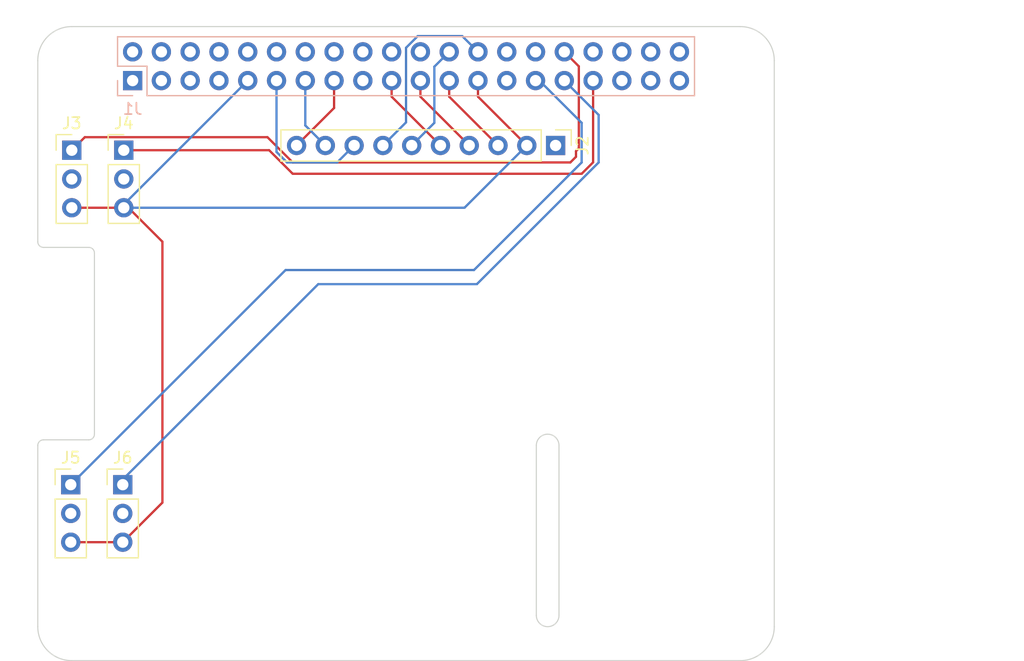
<source format=kicad_pcb>
(kicad_pcb (version 20241229) (generator "pcbnew") (generator_version "9.0")
  (title_block (date "15 nov 2012"))
  (layers (0 "F.Cu" signal) (2 "B.Cu" signal) (13 "F.Paste" user) (15 "B.Paste" user) (5 "F.SilkS" user "F.Silkscreen") (7 "B.SilkS" user "B.Silkscreen") (1 "F.Mask" user) (3 "B.Mask" user) (25 "Edge.Cuts" user))
  (net 0 "")
  (net 1 "GND")
  (net 2 "/GPIO2{slash}SDA1")
  (net 3 "/GPIO3{slash}SCL1")
  (net 4 "/GPIO4{slash}GPCLK0")
  (net 5 "/GPIO14{slash}TXD0")
  (net 6 "/GPIO15{slash}RXD0")
  (net 7 "/GPIO17")
  (net 8 "/GPIO18{slash}PCM.CLK")
  (net 9 "/GPIO27")
  (net 10 "/GPIO22")
  (net 11 "/GPIO23")
  (net 12 "/GPIO24")
  (net 13 "/GPIO10{slash}SPI0.MOSI")
  (net 14 "/GPIO9{slash}SPI0.MISO")
  (net 15 "/GPIO25")
  (net 16 "/GPIO11{slash}SPI0.SCLK")
  (net 17 "/GPIO8{slash}SPI0.CE0")
  (net 18 "/GPIO7{slash}SPI0.CE1")
  (net 19 "/ID_SDA")
  (net 20 "/ID_SCL")
  (net 21 "/GPIO5")
  (net 22 "/GPIO6")
  (net 23 "/GPIO12{slash}PWM0")
  (net 24 "/GPIO13{slash}PWM1")
  (net 25 "/GPIO19{slash}PCM.FS")
  (net 26 "/GPIO16")
  (net 27 "/GPIO26")
  (net 28 "/GPIO20{slash}PCM.DIN")
  (net 29 "/GPIO21{slash}PCM.DOUT")
  (net 30 "+5V")
  (net 31 "+3V3")
  (footprint "Connector_PinHeader_2.54mm:PinHeader_1x03_P2.54mm_Vertical" (layer "F.Cu") (at 103 54.92)
    (property "Reference" "J3" (at 0 -2.38 0) (layer "F.SilkS"))
    (property "Value" "Conn_01x03_Pin")
    (fp_line (start -1.38 -1.38) (end 0 -1.38) (stroke (width 0.12)) (layer "F.SilkS"))
    (fp_line (start -1.38 0) (end -1.38 -1.38) (stroke (width 0.12)) (layer "F.SilkS"))
    (fp_line (start -1.38 1.27) (end -1.38 6.46) (stroke (width 0.12)) (layer "F.SilkS"))
    (fp_line (start -1.38 1.27) (end 1.38 1.27) (stroke (width 0.12)) (layer "F.SilkS"))
    (fp_line (start -1.38 6.46) (end 1.38 6.46) (stroke (width 0.12)) (layer "F.SilkS"))
    (fp_line (start 1.38 1.27) (end 1.38 6.46) (stroke (width 0.12)) (layer "F.SilkS"))
    (pad "1" thru_hole rect (at 0 0) (size 1.7 1.7) (drill 1) (layers "*.Cu" "*.Mask") (net 23 "/GPIO12{slash}PWM0"))
    (pad "2" thru_hole circle (at 0 2.54) (size 1.7 1.7) (drill 1) (layers "*.Cu" "*.Mask"))
    (pad "3" thru_hole circle (at 0 5.08) (size 1.7 1.7) (drill 1) (layers "*.Cu" "*.Mask") (net 1 "GND"))
  )
  (footprint "MountingHole:MountingHole_2.7mm_M2.5" (layer "F.Cu") (at 161.5 47.5)
    (property "Reference" "MH2" (hide yes))
    (property "Value" "MountingHole_2.7mm_M2.5" (hide yes))
    (pad "" np_thru_hole circle (at 0 0) (size 2.7 2.7) (drill 2.7) (layers "*.Cu" "*.Mask"))
  )
  (footprint "MountingHole:MountingHole_2.7mm_M2.5" (layer "F.Cu") (at 117.5 86.5)
    (property "Reference" "REF**" (hide yes))
    (property "Value" "MountingHole_2.7mm_M2.5")
    (pad "" np_thru_hole circle (at 0 0) (size 2.7 2.7) (drill 2.7) (layers "*.Cu" "*.Mask"))
  )
  (footprint "MountingHole:MountingHole_2.7mm_M2.5" (layer "F.Cu") (at 151.5 86.5)
    (property "Reference" "REF**" (hide yes))
    (property "Value" "MountingHole_2.7mm_M2.5")
    (pad "" np_thru_hole circle (at 0 0) (size 2.7 2.7) (drill 2.7) (layers "*.Cu" "*.Mask"))
  )
  (footprint "MountingHole:MountingHole_2.7mm_M2.5" (layer "F.Cu") (at 151.5 62.5)
    (property "Reference" "REF**" (hide yes))
    (property "Value" "MountingHole_2.7mm_M2.5")
    (pad "" np_thru_hole circle (at 0 0) (size 2.7 2.7) (drill 2.7) (layers "*.Cu" "*.Mask"))
  )
  (footprint "MountingHole:MountingHole_2.7mm_M2.5" (layer "F.Cu") (at 103.5 96.5)
    (property "Reference" "MH3" (hide yes))
    (property "Value" "MountingHole_2.7mm_M2.5" (hide yes))
    (pad "" np_thru_hole circle (at 0 0) (size 2.7 2.7) (drill 2.7) (layers "*.Cu" "*.Mask"))
  )
  (footprint "MountingHole:MountingHole_2.7mm_M2.5" (layer "F.Cu") (at 103.5 47.5)
    (property "Reference" "MH1" (hide yes))
    (property "Value" "MountingHole_2.7mm_M2.5" (hide yes))
    (pad "" np_thru_hole circle (at 0 0) (size 2.7 2.7) (drill 2.7) (layers "*.Cu" "*.Mask"))
  )
  (footprint "Connector_PinHeader_2.54mm:PinHeader_1x03_P2.54mm_Vertical" (layer "F.Cu") (at 107.5 84.46)
    (property "Reference" "J6" (at 0 -2.38 0) (layer "F.SilkS"))
    (property "Value" "Conn_01x03_Pin")
    (fp_line (start -1.38 -1.38) (end 0 -1.38) (stroke (width 0.12)) (layer "F.SilkS"))
    (fp_line (start -1.38 0) (end -1.38 -1.38) (stroke (width 0.12)) (layer "F.SilkS"))
    (fp_line (start -1.38 1.27) (end -1.38 6.46) (stroke (width 0.12)) (layer "F.SilkS"))
    (fp_line (start -1.38 1.27) (end 1.38 1.27) (stroke (width 0.12)) (layer "F.SilkS"))
    (fp_line (start -1.38 6.46) (end 1.38 6.46) (stroke (width 0.12)) (layer "F.SilkS"))
    (fp_line (start 1.38 1.27) (end 1.38 6.46) (stroke (width 0.12)) (layer "F.SilkS"))
    (pad "1" thru_hole rect (at 0 0) (size 1.7 1.7) (drill 1) (layers "*.Cu" "*.Mask") (net 22 "/GPIO6"))
    (pad "2" thru_hole circle (at 0 2.54) (size 1.7 1.7) (drill 1) (layers "*.Cu" "*.Mask"))
    (pad "3" thru_hole circle (at 0 5.08) (size 1.7 1.7) (drill 1) (layers "*.Cu" "*.Mask") (net 1 "GND"))
  )
  (footprint "MountingHole:MountingHole_2.7mm_M2.5" (layer "F.Cu") (at 117.5 62.5)
    (property "Reference" "REF**" (hide yes))
    (property "Value" "MountingHole_2.7mm_M2.5")
    (pad "" np_thru_hole circle (at 0 0) (size 2.7 2.7) (drill 2.7) (layers "*.Cu" "*.Mask"))
  )
  (footprint "MountingHole:MountingHole_2.7mm_M2.5" (layer "F.Cu") (at 161.5 96.5)
    (property "Reference" "MH4" (hide yes))
    (property "Value" "MountingHole_2.7mm_M2.5" (hide yes))
    (pad "" np_thru_hole circle (at 0 0) (size 2.7 2.7) (drill 2.7) (layers "*.Cu" "*.Mask"))
  )
  (footprint "Connector_PinHeader_2.54mm:PinHeader_1x10_P2.54mm_Vertical" (layer "F.Cu") (at 145.7 54.5 -90)
    (property "Reference" "J2" (at 0 -2.38 90) (layer "F.SilkS"))
    (property "Value" "Conn_01x10_Pin")
    (fp_line (start -1.38 24.24) (end 1.38 24.24) (stroke (width 0.12)) (layer "F.SilkS"))
    (fp_line (start -1.38 1.27) (end -1.38 24.24) (stroke (width 0.12)) (layer "F.SilkS"))
    (fp_line (start -1.38 1.27) (end 1.38 1.27) (stroke (width 0.12)) (layer "F.SilkS"))
    (fp_line (start 1.38 1.27) (end 1.38 24.24) (stroke (width 0.12)) (layer "F.SilkS"))
    (fp_line (start -1.38 0) (end -1.38 -1.38) (stroke (width 0.12)) (layer "F.SilkS"))
    (fp_line (start -1.38 -1.38) (end 0 -1.38) (stroke (width 0.12)) (layer "F.SilkS"))
    (pad "1" thru_hole rect (at 0 0 270) (size 1.7 1.7) (drill 1) (layers "*.Cu" "*.Mask") (net 30 "+5V"))
    (pad "2" thru_hole circle (at 0 2.54 270) (size 1.7 1.7) (drill 1) (layers "*.Cu" "*.Mask") (net 1 "GND"))
    (pad "3" thru_hole circle (at 0 5.08 270) (size 1.7 1.7) (drill 1) (layers "*.Cu" "*.Mask") (net 16 "/GPIO11{slash}SPI0.SCLK"))
    (pad "4" thru_hole circle (at 0 7.62 270) (size 1.7 1.7) (drill 1) (layers "*.Cu" "*.Mask") (net 14 "/GPIO9{slash}SPI0.MISO"))
    (pad "5" thru_hole circle (at 0 10.16 270) (size 1.7 1.7) (drill 1) (layers "*.Cu" "*.Mask") (net 13 "/GPIO10{slash}SPI0.MOSI"))
    (pad "6" thru_hole circle (at 0 12.7 270) (size 1.7 1.7) (drill 1) (layers "*.Cu" "*.Mask") (net 17 "/GPIO8{slash}SPI0.CE0"))
    (pad "7" thru_hole circle (at 0 15.24 270) (size 1.7 1.7) (drill 1) (layers "*.Cu" "*.Mask") (net 18 "/GPIO7{slash}SPI0.CE1"))
    (pad "8" thru_hole circle (at 0 17.78 270) (size 1.7 1.7) (drill 1) (layers "*.Cu" "*.Mask") (net 7 "/GPIO17"))
    (pad "9" thru_hole circle (at 0 20.32 270) (size 1.7 1.7) (drill 1) (layers "*.Cu" "*.Mask") (net 9 "/GPIO27"))
    (pad "10" thru_hole circle (at 0 22.86 270) (size 1.7 1.7) (drill 1) (layers "*.Cu" "*.Mask") (net 10 "/GPIO22"))
  )
  (footprint "Connector_PinHeader_2.54mm:PinHeader_1x03_P2.54mm_Vertical" (layer "F.Cu") (at 107.59 54.92)
    (property "Reference" "J4" (at 0 -2.38 0) (layer "F.SilkS"))
    (property "Value" "Conn_01x03_Pin")
    (fp_line (start -1.38 -1.38) (end 0 -1.38) (stroke (width 0.12)) (layer "F.SilkS"))
    (fp_line (start -1.38 0) (end -1.38 -1.38) (stroke (width 0.12)) (layer "F.SilkS"))
    (fp_line (start -1.38 1.27) (end -1.38 6.46) (stroke (width 0.12)) (layer "F.SilkS"))
    (fp_line (start -1.38 1.27) (end 1.38 1.27) (stroke (width 0.12)) (layer "F.SilkS"))
    (fp_line (start -1.38 6.46) (end 1.38 6.46) (stroke (width 0.12)) (layer "F.SilkS"))
    (fp_line (start 1.38 1.27) (end 1.38 6.46) (stroke (width 0.12)) (layer "F.SilkS"))
    (pad "1" thru_hole rect (at 0 0) (size 1.7 1.7) (drill 1) (layers "*.Cu" "*.Mask") (net 24 "/GPIO13{slash}PWM1"))
    (pad "2" thru_hole circle (at 0 2.54) (size 1.7 1.7) (drill 1) (layers "*.Cu" "*.Mask"))
    (pad "3" thru_hole circle (at 0 5.08) (size 1.7 1.7) (drill 1) (layers "*.Cu" "*.Mask") (net 1 "GND"))
  )
  (footprint "Connector_PinHeader_2.54mm:PinHeader_1x03_P2.54mm_Vertical" (layer "F.Cu") (at 102.91 84.46)
    (property "Reference" "J5" (at 0 -2.38 0) (layer "F.SilkS"))
    (property "Value" "Conn_01x03_Pin")
    (fp_line (start -1.38 -1.38) (end 0 -1.38) (stroke (width 0.12)) (layer "F.SilkS"))
    (fp_line (start -1.38 0) (end -1.38 -1.38) (stroke (width 0.12)) (layer "F.SilkS"))
    (fp_line (start -1.38 1.27) (end -1.38 6.46) (stroke (width 0.12)) (layer "F.SilkS"))
    (fp_line (start -1.38 1.27) (end 1.38 1.27) (stroke (width 0.12)) (layer "F.SilkS"))
    (fp_line (start -1.38 6.46) (end 1.38 6.46) (stroke (width 0.12)) (layer "F.SilkS"))
    (fp_line (start 1.38 1.27) (end 1.38 6.46) (stroke (width 0.12)) (layer "F.SilkS"))
    (pad "1" thru_hole rect (at 0 0) (size 1.7 1.7) (drill 1) (layers "*.Cu" "*.Mask") (net 21 "/GPIO5"))
    (pad "2" thru_hole circle (at 0 2.54) (size 1.7 1.7) (drill 1) (layers "*.Cu" "*.Mask"))
    (pad "3" thru_hole circle (at 0 5.08) (size 1.7 1.7) (drill 1) (layers "*.Cu" "*.Mask") (net 1 "GND"))
  )
  (footprint "Connector_PinSocket_2.54mm:PinSocket_2x20_P2.54mm_Vertical" (layer "B.Cu") (at 108.37 48.77 -90)
    (property "Reference" "J1" (at 2.5 0 0) (layer "B.SilkS") (effects (justify mirror)))
    (property "Value" "GPIO")
    (fp_line (start -3.87 1.33) (end -1.27 1.33) (stroke (width 0.12)) (layer "B.SilkS"))
    (fp_line (start -3.87 1.33) (end -3.87 -49.59) (stroke (width 0.12)) (layer "B.SilkS"))
    (fp_line (start -1.27 1.33) (end -1.27 -1.27) (stroke (width 0.12)) (layer "B.SilkS"))
    (fp_line (start 0 1.33) (end 1.33 1.33) (stroke (width 0.12)) (layer "B.SilkS"))
    (fp_line (start 1.33 1.33) (end 1.33 0) (stroke (width 0.12)) (layer "B.SilkS"))
    (fp_line (start -1.27 -1.27) (end 1.33 -1.27) (stroke (width 0.12)) (layer "B.SilkS"))
    (fp_line (start 1.33 -1.27) (end 1.33 -49.59) (stroke (width 0.12)) (layer "B.SilkS"))
    (fp_line (start -3.87 -49.59) (end 1.33 -49.59) (stroke (width 0.12)) (layer "B.SilkS"))
    (pad "1" thru_hole rect (at 0 0 270) (size 1.7 1.7) (drill 1) (layers "*.Cu" "*.Mask") (net 31 "+3V3"))
    (pad "2" thru_hole oval (at -2.54 0 270) (size 1.7 1.7) (drill 1) (layers "*.Cu" "*.Mask") (net 30 "+5V"))
    (pad "3" thru_hole oval (at 0 -2.54 270) (size 1.7 1.7) (drill 1) (layers "*.Cu" "*.Mask") (net 2 "/GPIO2{slash}SDA1"))
    (pad "4" thru_hole oval (at -2.54 -2.54 270) (size 1.7 1.7) (drill 1) (layers "*.Cu" "*.Mask") (net 30 "+5V"))
    (pad "5" thru_hole oval (at 0 -5.08 270) (size 1.7 1.7) (drill 1) (layers "*.Cu" "*.Mask") (net 3 "/GPIO3{slash}SCL1"))
    (pad "6" thru_hole oval (at -2.54 -5.08 270) (size 1.7 1.7) (drill 1) (layers "*.Cu" "*.Mask") (net 1 "GND"))
    (pad "7" thru_hole oval (at 0 -7.62 270) (size 1.7 1.7) (drill 1) (layers "*.Cu" "*.Mask") (net 4 "/GPIO4{slash}GPCLK0"))
    (pad "8" thru_hole oval (at -2.54 -7.62 270) (size 1.7 1.7) (drill 1) (layers "*.Cu" "*.Mask") (net 5 "/GPIO14{slash}TXD0"))
    (pad "9" thru_hole oval (at 0 -10.16 270) (size 1.7 1.7) (drill 1) (layers "*.Cu" "*.Mask") (net 1 "GND"))
    (pad "10" thru_hole oval (at -2.54 -10.16 270) (size 1.7 1.7) (drill 1) (layers "*.Cu" "*.Mask") (net 6 "/GPIO15{slash}RXD0"))
    (pad "11" thru_hole oval (at 0 -12.7 270) (size 1.7 1.7) (drill 1) (layers "*.Cu" "*.Mask") (net 7 "/GPIO17"))
    (pad "12" thru_hole oval (at -2.54 -12.7 270) (size 1.7 1.7) (drill 1) (layers "*.Cu" "*.Mask") (net 8 "/GPIO18{slash}PCM.CLK"))
    (pad "13" thru_hole oval (at 0 -15.24 270) (size 1.7 1.7) (drill 1) (layers "*.Cu" "*.Mask") (net 9 "/GPIO27"))
    (pad "14" thru_hole oval (at -2.54 -15.24 270) (size 1.7 1.7) (drill 1) (layers "*.Cu" "*.Mask") (net 1 "GND"))
    (pad "15" thru_hole oval (at 0 -17.78 270) (size 1.7 1.7) (drill 1) (layers "*.Cu" "*.Mask") (net 10 "/GPIO22"))
    (pad "16" thru_hole oval (at -2.54 -17.78 270) (size 1.7 1.7) (drill 1) (layers "*.Cu" "*.Mask") (net 11 "/GPIO23"))
    (pad "17" thru_hole oval (at 0 -20.32 270) (size 1.7 1.7) (drill 1) (layers "*.Cu" "*.Mask") (net 31 "+3V3"))
    (pad "18" thru_hole oval (at -2.54 -20.32 270) (size 1.7 1.7) (drill 1) (layers "*.Cu" "*.Mask") (net 12 "/GPIO24"))
    (pad "19" thru_hole oval (at 0 -22.86 270) (size 1.7 1.7) (drill 1) (layers "*.Cu" "*.Mask") (net 13 "/GPIO10{slash}SPI0.MOSI"))
    (pad "20" thru_hole oval (at -2.54 -22.86 270) (size 1.7 1.7) (drill 1) (layers "*.Cu" "*.Mask") (net 1 "GND"))
    (pad "21" thru_hole oval (at 0 -25.4 270) (size 1.7 1.7) (drill 1) (layers "*.Cu" "*.Mask") (net 14 "/GPIO9{slash}SPI0.MISO"))
    (pad "22" thru_hole oval (at -2.54 -25.4 270) (size 1.7 1.7) (drill 1) (layers "*.Cu" "*.Mask") (net 15 "/GPIO25"))
    (pad "23" thru_hole oval (at 0 -27.94 270) (size 1.7 1.7) (drill 1) (layers "*.Cu" "*.Mask") (net 16 "/GPIO11{slash}SPI0.SCLK"))
    (pad "24" thru_hole oval (at -2.54 -27.94 270) (size 1.7 1.7) (drill 1) (layers "*.Cu" "*.Mask") (net 17 "/GPIO8{slash}SPI0.CE0"))
    (pad "25" thru_hole oval (at 0 -30.48 270) (size 1.7 1.7) (drill 1) (layers "*.Cu" "*.Mask") (net 1 "GND"))
    (pad "26" thru_hole oval (at -2.54 -30.48 270) (size 1.7 1.7) (drill 1) (layers "*.Cu" "*.Mask") (net 18 "/GPIO7{slash}SPI0.CE1"))
    (pad "27" thru_hole oval (at 0 -33.02 270) (size 1.7 1.7) (drill 1) (layers "*.Cu" "*.Mask") (net 19 "/ID_SDA"))
    (pad "28" thru_hole oval (at -2.54 -33.02 270) (size 1.7 1.7) (drill 1) (layers "*.Cu" "*.Mask") (net 20 "/ID_SCL"))
    (pad "29" thru_hole oval (at 0 -35.56 270) (size 1.7 1.7) (drill 1) (layers "*.Cu" "*.Mask") (net 21 "/GPIO5"))
    (pad "30" thru_hole oval (at -2.54 -35.56 270) (size 1.7 1.7) (drill 1) (layers "*.Cu" "*.Mask") (net 1 "GND"))
    (pad "31" thru_hole oval (at 0 -38.1 270) (size 1.7 1.7) (drill 1) (layers "*.Cu" "*.Mask") (net 22 "/GPIO6"))
    (pad "32" thru_hole oval (at -2.54 -38.1 270) (size 1.7 1.7) (drill 1) (layers "*.Cu" "*.Mask") (net 23 "/GPIO12{slash}PWM0"))
    (pad "33" thru_hole oval (at 0 -40.64 270) (size 1.7 1.7) (drill 1) (layers "*.Cu" "*.Mask") (net 24 "/GPIO13{slash}PWM1"))
    (pad "34" thru_hole oval (at -2.54 -40.64 270) (size 1.7 1.7) (drill 1) (layers "*.Cu" "*.Mask") (net 1 "GND"))
    (pad "35" thru_hole oval (at 0 -43.18 270) (size 1.7 1.7) (drill 1) (layers "*.Cu" "*.Mask") (net 25 "/GPIO19{slash}PCM.FS"))
    (pad "36" thru_hole oval (at -2.54 -43.18 270) (size 1.7 1.7) (drill 1) (layers "*.Cu" "*.Mask") (net 26 "/GPIO16"))
    (pad "37" thru_hole oval (at 0 -45.72 270) (size 1.7 1.7) (drill 1) (layers "*.Cu" "*.Mask") (net 27 "/GPIO26"))
    (pad "38" thru_hole oval (at -2.54 -45.72 270) (size 1.7 1.7) (drill 1) (layers "*.Cu" "*.Mask") (net 28 "/GPIO20{slash}PCM.DIN"))
    (pad "39" thru_hole oval (at 0 -48.26 270) (size 1.7 1.7) (drill 1) (layers "*.Cu" "*.Mask") (net 1 "GND"))
    (pad "40" thru_hole oval (at -2.54 -48.26 270) (size 1.7 1.7) (drill 1) (layers "*.Cu" "*.Mask") (net 29 "/GPIO21{slash}PCM.DOUT"))
  )
  (gr_arc (start 100.5 63.5) (mid 100.146447 63.353553) (end 100 63) (stroke (width 0.1)) (layer "Edge.Cuts"))
  (gr_arc (start 162 44) (mid 164.12132 44.87868) (end 165 47) (stroke (width 0.1)) (layer "Edge.Cuts"))
  (gr_line (start 165 97) (end 165 47) (stroke (width 0.1)) (layer "Edge.Cuts"))
  (gr_line (start 100 47) (end 100 63) (stroke (width 0.1)) (layer "Edge.Cuts"))
  (gr_line (start 146 81) (end 146 96) (stroke (width 0.1)) (layer "Edge.Cuts"))
  (gr_line (start 144 96) (end 144 81) (stroke (width 0.1)) (layer "Edge.Cuts"))
  (gr_arc (start 103 100) (mid 100.87868 99.12132) (end 100 97) (stroke (width 0.1)) (layer "Edge.Cuts"))
  (gr_line (start 103 100) (end 162 100) (stroke (width 0.1)) (layer "Edge.Cuts"))
  (gr_line (start 104.5 80.5) (end 100.5 80.5) (stroke (width 0.1)) (layer "Edge.Cuts"))
  (gr_arc (start 144 81) (mid 145 80) (end 146 81) (stroke (width 0.1)) (layer "Edge.Cuts"))
  (gr_arc (start 100 81) (mid 100.146138 80.646755) (end 100.499127 80.500001) (stroke (width 0.1)) (layer "Edge.Cuts"))
  (gr_arc (start 165 97) (mid 164.12132 99.12132) (end 162 100) (stroke (width 0.1)) (layer "Edge.Cuts"))
  (gr_line (start 105 64) (end 105 80) (stroke (width 0.1)) (layer "Edge.Cuts"))
  (gr_arc (start 100 47) (mid 100.87868 44.87868) (end 103 44) (stroke (width 0.1)) (layer "Edge.Cuts"))
  (gr_arc (start 146 96) (mid 145 97) (end 144 96) (stroke (width 0.1)) (layer "Edge.Cuts"))
  (gr_line (start 100 81) (end 100 97) (stroke (width 0.1)) (layer "Edge.Cuts"))
  (gr_line (start 100.5 63.5) (end 104.5 63.5) (stroke (width 0.1)) (layer "Edge.Cuts"))
  (gr_arc (start 105 80) (mid 104.853553 80.353553) (end 104.5 80.5) (stroke (width 0.1)) (layer "Edge.Cuts"))
  (gr_arc (start 104.5 63.5) (mid 104.853553 63.646447) (end 105 64) (stroke (width 0.1)) (layer "Edge.Cuts"))
  (gr_line (start 162 44) (end 103 44) (stroke (width 0.1)) (layer "Edge.Cuts"))
  (segment (start 107.59 60) (end 108 60) (width 0.2) (layer "F.Cu") (net 1))
  (segment (start 138.85 50.19) (end 138.85 48.77) (width 0.2) (layer "F.Cu") (net 1))
  (segment (start 108 60) (end 111 63) (width 0.2) (layer "F.Cu") (net 1))
  (segment (start 102.91 89.54) (end 107.5 89.54) (width 0.2) (layer "F.Cu") (net 1))
  (segment (start 143.16 54.5) (end 138.85 50.19) (width 0.2) (layer "F.Cu") (net 1))
  (segment (start 111 86.04) (end 107.5 89.54) (width 0.2) (layer "F.Cu") (net 1))
  (segment (start 111 63) (end 111 86.04) (width 0.2) (layer "F.Cu") (net 1))
  (segment (start 107.59 60) (end 103 60) (width 0.2) (layer "F.Cu") (net 1))
  (segment (start 137.66 60) (end 107.59 60) (width 0.2) (layer "B.Cu") (net 1))
  (segment (start 107.59 59.71) (end 107.59 60) (width 0.2) (layer "B.Cu") (net 1))
  (segment (start 143.16 54.5) (end 137.66 60) (width 0.2) (layer "B.Cu") (net 1))
  (segment (start 118.53 48.77) (end 107.59 59.71) (width 0.2) (layer "B.Cu") (net 1))
  (segment (start 121.07 55.07) (end 121.07 48.77) (width 0.2) (layer "B.Cu") (net 7))
  (segment (start 126.42 56) (end 122 56) (width 0.2) (layer "B.Cu") (net 7))
  (segment (start 122 56) (end 121.07 55.07) (width 0.2) (layer "B.Cu") (net 7))
  (segment (start 127.92 54.5) (end 126.42 56) (width 0.2) (layer "B.Cu") (net 7))
  (segment (start 125.38 54.5) (end 123.61 52.73) (width 0.2) (layer "B.Cu") (net 9))
  (segment (start 123.61 52.73) (end 123.61 48.77) (width 0.2) (layer "B.Cu") (net 9))
  (segment (start 126.15 51.19) (end 126.15 48.77) (width 0.2) (layer "F.Cu") (net 10))
  (segment (start 122.84 54.5) (end 126.15 51.19) (width 0.2) (layer "F.Cu") (net 10))
  (segment (start 131.23 50.19) (end 131.23 48.77) (width 0.2) (layer "F.Cu") (net 13))
  (segment (start 135.54 54.5) (end 131.23 50.19) (width 0.2) (layer "F.Cu") (net 13))
  (segment (start 133.77 50.19) (end 133.77 48.77) (width 0.2) (layer "F.Cu") (net 14))
  (segment (start 138.08 54.5) (end 133.77 50.19) (width 0.2) (layer "F.Cu") (net 14))
  (segment (start 140.62 54.5) (end 136.31 50.19) (width 0.2) (layer "F.Cu") (net 16))
  (segment (start 136.31 50.19) (end 136.31 48.77) (width 0.2) (layer "F.Cu") (net 16))
  (segment (start 133 54.5) (end 135 52.5) (width 0.2) (layer "B.Cu") (net 17))
  (segment (start 135 52.5) (end 135 47.54) (width 0.2) (layer "B.Cu") (net 17))
  (segment (start 135 47.54) (end 136.31 46.23) (width 0.2) (layer "B.Cu") (net 17))
  (segment (start 132.5 45.87224) (end 132.5 52.46) (width 0.2) (layer "B.Cu") (net 18))
  (segment (start 133.535217 44.837023) (end 132.5 45.87224) (width 0.2) (layer "B.Cu") (net 18))
  (segment (start 132.5 52.46) (end 130.46 54.5) (width 0.2) (layer "B.Cu") (net 18))
  (segment (start 138.85 46.23) (end 137.457023 44.837023) (width 0.2) (layer "B.Cu") (net 18))
  (segment (start 137.457023 44.837023) (end 133.535217 44.837023) (width 0.2) (layer "B.Cu") (net 18))
  (segment (start 148 56) (end 148 52.5) (width 0.2) (layer "B.Cu") (net 21))
  (segment (start 121.87 65.5) (end 138.5 65.5) (width 0.2) (layer "B.Cu") (net 21))
  (segment (start 144.27 48.77) (end 143.93 48.77) (width 0.2) (layer "B.Cu") (net 21))
  (segment (start 138.5 65.5) (end 148 56) (width 0.2) (layer "B.Cu") (net 21))
  (segment (start 102.91 84.46) (end 121.87 65.5) (width 0.2) (layer "B.Cu") (net 21))
  (segment (start 148 52.5) (end 144.27 48.77) (width 0.2) (layer "B.Cu") (net 21))
  (segment (start 107.5 84) (end 124.75 66.75) (width 0.2) (layer "B.Cu") (net 22))
  (segment (start 107.5 84.46) (end 107.5 84) (width 0.2) (layer "B.Cu") (net 22))
  (segment (start 149.5 56) (end 149.5 51.8) (width 0.2) (layer "B.Cu") (net 22))
  (segment (start 138.75 66.75) (end 149.5 56) (width 0.2) (layer "B.Cu") (net 22))
  (segment (start 149.5 51.8) (end 146.47 48.77) (width 0.2) (layer "B.Cu") (net 22))
  (segment (start 124.75 66.75) (end 138.75 66.75) (width 0.2) (layer "B.Cu") (net 22))
  (segment (start 147.5 55) (end 147.75 54.75) (width 0.2) (layer "F.Cu") (net 23))
  (segment (start 147.75 47.51) (end 146.47 46.23) (width 0.2) (layer "F.Cu") (net 23))
  (segment (start 147.75 54.75) (end 147.75 47.51) (width 0.2) (layer "F.Cu") (net 23))
  (segment (start 104.151 53.769) (end 120.269 53.769) (width 0.2) (layer "F.Cu") (net 23))
  (segment (start 147 56) (end 147.5 55.5) (width 0.2) (layer "F.Cu") (net 23))
  (segment (start 122.5 56) (end 147 56) (width 0.2) (layer "F.Cu") (net 23))
  (segment (start 103 54.92) (end 104.151 53.769) (width 0.2) (layer "F.Cu") (net 23))
  (segment (start 120.269 53.769) (end 122.5 56) (width 0.2) (layer "F.Cu") (net 23))
  (segment (start 147.5 55.5) (end 147.5 55) (width 0.2) (layer "F.Cu") (net 23))
  (segment (start 149.01 55.99) (end 149.01 48.77) (width 0.2) (layer "F.Cu") (net 24))
  (segment (start 148 57) (end 149.01 55.99) (width 0.2) (layer "F.Cu") (net 24))
  (segment (start 107.59 54.92) (end 120.42 54.92) (width 0.2) (layer "F.Cu") (net 24))
  (segment (start 122.5 57) (end 148 57) (width 0.2) (layer "F.Cu") (net 24))
  (segment (start 120.42 54.92) (end 122.5 57) (width 0.2) (layer "F.Cu") (net 24))
)
</source>
